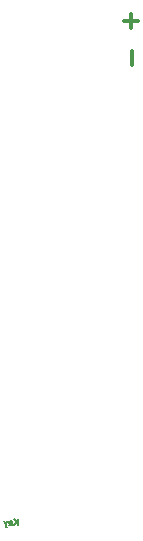
<source format=gbo>
G04 (created by PCBNEW (2013-dec-23)-stable) date Thu 04 Sep 2014 08:14:04 PM MDT*
%MOIN*%
G04 Gerber Fmt 3.4, Leading zero omitted, Abs format*
%FSLAX34Y34*%
G01*
G70*
G90*
G04 APERTURE LIST*
%ADD10C,0.00590551*%
%ADD11C,0.005*%
%ADD12C,0.011811*%
G04 APERTURE END LIST*
G54D10*
G54D11*
X14714Y-23080D02*
X14714Y-22880D01*
X14600Y-23080D02*
X14685Y-22966D01*
X14600Y-22880D02*
X14714Y-22995D01*
X14438Y-23071D02*
X14457Y-23080D01*
X14495Y-23080D01*
X14514Y-23071D01*
X14523Y-23052D01*
X14523Y-22976D01*
X14514Y-22957D01*
X14495Y-22947D01*
X14457Y-22947D01*
X14438Y-22957D01*
X14428Y-22976D01*
X14428Y-22995D01*
X14523Y-23014D01*
X14361Y-22947D02*
X14314Y-23080D01*
X14266Y-22947D02*
X14314Y-23080D01*
X14333Y-23128D01*
X14342Y-23138D01*
X14361Y-23147D01*
G54D12*
X18514Y-7275D02*
X18514Y-7724D01*
X18724Y-6264D02*
X18275Y-6264D01*
X18500Y-6489D02*
X18500Y-6039D01*
M02*

</source>
